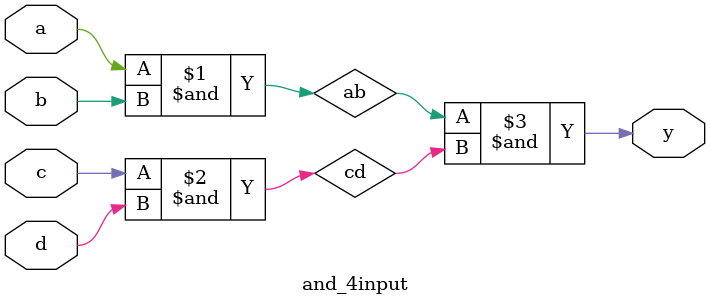
<source format=v>
`timescale 1ns / 1ps


module and_4input(
  input a, b, c, d,
  output y
);
  wire ab, cd;
  and (ab, a, b);      // ab = a AND b
  and (cd, c, d);      // cd = c AND d
  and (y, ab, cd);     // y = ab AND cd => final 4-input AND
endmodule


//module and_4input (
//  input a, b, c, d,
//  output y
//);

//  assign y = a & b & c & d;

//endmodule


//module and_4input (
//  input a, b, c, d,
//  output reg y
//);

//  always @(*) begin
//    y = a & b & c & d;
//  end

//endmodule

</source>
